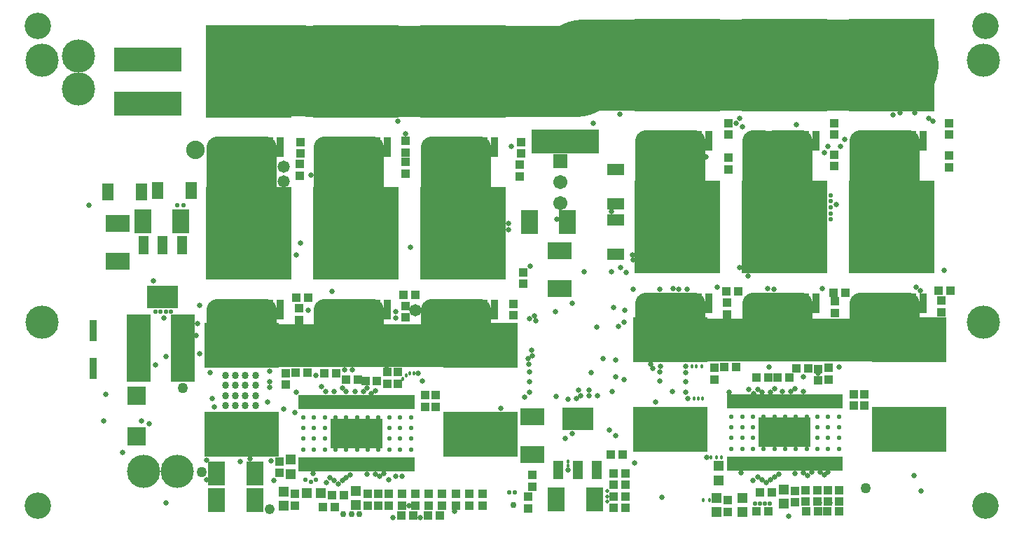
<source format=gbs>
G04 Layer_Color=16711935*
%FSLAX25Y25*%
%MOIN*%
G70*
G01*
G75*
%ADD47C,0.01181*%
%ADD52C,0.14961*%
%ADD68C,0.01800*%
%ADD69C,0.05000*%
%ADD70C,0.02200*%
%ADD72C,0.02300*%
%ADD73C,0.02100*%
%ADD74C,0.02500*%
%ADD76C,0.02000*%
%ADD77C,0.03000*%
%ADD92C,0.09843*%
%ADD93C,0.20472*%
%ADD94C,0.43307*%
%ADD110R,0.05131X0.04737*%
%ADD111R,0.04737X0.05131*%
%ADD112R,0.04343X0.03950*%
%ADD113R,0.03950X0.04343*%
%ADD115R,0.08280X0.11430*%
%ADD117R,0.04737X0.08674*%
%ADD118R,0.14579X0.10642*%
%ADD125R,0.11430X0.08280*%
%ADD141C,0.15800*%
%ADD142R,0.06706X0.06706*%
%ADD143C,0.06706*%
%ADD144C,0.12611*%
%ADD145C,0.02600*%
%ADD146C,0.05800*%
%ADD147C,0.04800*%
%ADD148C,0.08800*%
%ADD149R,0.11000X0.03500*%
%ADD150R,0.09000X0.08000*%
%ADD151R,0.05500X0.05000*%
%ADD152R,0.25000X0.14213*%
%ADD153R,0.32296X0.11430*%
%ADD154R,0.03359X0.10249*%
%ADD155R,0.40544X0.44107*%
%ADD156R,0.03753X0.09796*%
%ADD157R,0.35249X0.21272*%
%ADD158R,0.08241X0.05682*%
%ADD159R,0.05682X0.08241*%
%ADD160R,0.08674X0.08674*%
%ADD161R,0.01981X0.06902*%
%ADD162R,0.11430X0.32296*%
%ADD163C,0.03398*%
D47*
X268702Y293000D02*
X271470Y290232D01*
X472702Y296000D02*
X475470Y293232D01*
X472676Y211020D02*
X472702Y211047D01*
X437000Y211520D02*
X437500Y211020D01*
X437000Y211520D02*
X437000Y211520D01*
X386000D02*
X386500Y212020D01*
X385500Y211020D02*
X386000Y211520D01*
X472676Y211020D02*
X473776D01*
X268676Y208520D02*
X268702Y208546D01*
X182000Y208520D02*
X182500Y209020D01*
X182500Y209020D01*
X182000Y208520D02*
X186256Y204264D01*
D52*
X413100Y294165D02*
Y302400D01*
X260600Y273500D02*
Y291165D01*
X158100Y290665D02*
Y298144D01*
Y262121D02*
Y290665D01*
X209100Y291165D02*
Y299400D01*
X362100Y293665D02*
Y301144D01*
Y265121D02*
Y293665D01*
X413100Y265121D02*
Y294165D01*
X464600Y276500D02*
Y294165D01*
D68*
X104751Y203125D02*
D03*
X104500Y200000D02*
D03*
Y208250D02*
D03*
Y205625D02*
D03*
X235000Y195000D02*
D03*
X231756Y192500D02*
D03*
X233256Y194000D02*
D03*
X237000Y195000D02*
D03*
X383500Y155000D02*
D03*
X381000D02*
D03*
X378500D02*
D03*
X377872Y134756D02*
D03*
X374744D02*
D03*
X310500Y153000D02*
D03*
Y151000D02*
D03*
X372500Y183000D02*
D03*
X374500D02*
D03*
X370284D02*
D03*
X374000Y198589D02*
D03*
X371500D02*
D03*
X369326D02*
D03*
X104626Y211000D02*
D03*
D69*
X452000Y140500D02*
D03*
X127000Y188000D02*
D03*
X136000Y148000D02*
D03*
D70*
X435500Y279714D02*
D03*
Y277000D02*
D03*
Y274000D02*
D03*
Y271000D02*
D03*
Y268500D02*
D03*
X185500Y144500D02*
D03*
X190500D02*
D03*
X118933Y224500D02*
D03*
X121500D02*
D03*
X116367D02*
D03*
X114000D02*
D03*
X188000Y143500D02*
D03*
D72*
X408635Y164390D02*
D03*
X439343Y174626D02*
D03*
X434225D02*
D03*
X429107D02*
D03*
X423989D02*
D03*
X418871D02*
D03*
X413753D02*
D03*
X408635D02*
D03*
X403517D02*
D03*
X398398D02*
D03*
X393280D02*
D03*
X388162D02*
D03*
X439343Y169508D02*
D03*
X434225D02*
D03*
X429107D02*
D03*
X423989D02*
D03*
X418871D02*
D03*
X413753D02*
D03*
X408635D02*
D03*
X403517D02*
D03*
X398398D02*
D03*
X393280D02*
D03*
X388162D02*
D03*
X439343Y164390D02*
D03*
X434225D02*
D03*
X429107D02*
D03*
X423989D02*
D03*
X418871D02*
D03*
X413753D02*
D03*
X403517D02*
D03*
X398398D02*
D03*
X393280D02*
D03*
X388162D02*
D03*
X439343Y159272D02*
D03*
X434225D02*
D03*
X429107D02*
D03*
X423989D02*
D03*
X418871D02*
D03*
X413753D02*
D03*
X408635D02*
D03*
X403517D02*
D03*
X398398D02*
D03*
X393280D02*
D03*
X388162D02*
D03*
X235599Y174236D02*
D03*
X230481D02*
D03*
X225363D02*
D03*
X220245D02*
D03*
X215127D02*
D03*
X210009D02*
D03*
X204891D02*
D03*
X199773D02*
D03*
X194654D02*
D03*
X189536D02*
D03*
X184418D02*
D03*
X235599Y169118D02*
D03*
X230481D02*
D03*
X225363D02*
D03*
X220245D02*
D03*
X215127D02*
D03*
X210009D02*
D03*
X204891D02*
D03*
X199773D02*
D03*
X194654D02*
D03*
X189536D02*
D03*
X184418D02*
D03*
X235599Y164000D02*
D03*
X230481D02*
D03*
X225363D02*
D03*
X220245D02*
D03*
X215127D02*
D03*
X210009D02*
D03*
X204891D02*
D03*
X199773D02*
D03*
X194654D02*
D03*
X189536D02*
D03*
X184418D02*
D03*
X235599Y158882D02*
D03*
X230481D02*
D03*
X225363D02*
D03*
X220245D02*
D03*
X215127D02*
D03*
X210009D02*
D03*
X204891D02*
D03*
X199773D02*
D03*
X194654D02*
D03*
X189536D02*
D03*
X184418D02*
D03*
D73*
X285250Y138500D02*
D03*
X406500Y133000D02*
D03*
X401877D02*
D03*
X404189D02*
D03*
X124500Y275000D02*
D03*
X399500Y133000D02*
D03*
X282500Y138500D02*
D03*
X127500Y275000D02*
D03*
Y272000D02*
D03*
X124500D02*
D03*
D74*
X234674Y132244D02*
D03*
D76*
X329000Y136450D02*
D03*
Y134000D02*
D03*
Y139000D02*
D03*
D77*
X203500Y128000D02*
D03*
X207500D02*
D03*
X211000D02*
D03*
X284500Y132500D02*
D03*
D92*
X408500Y305744D02*
X418500D01*
X472702Y284602D02*
Y296000D01*
X268702Y293000D02*
Y302744D01*
Y281602D02*
Y293000D01*
X217702Y269923D02*
Y302744D01*
X166702Y269923D02*
Y302744D01*
X143500D02*
X148500D01*
X153500D01*
X163500D02*
X166702D01*
X194500D02*
X199500D01*
X204500D01*
X214500D02*
X217702D01*
X245500D02*
X250500D01*
X255500D01*
X265500D02*
X268702D01*
X260600Y273500D02*
X268702Y281602D01*
X260600Y261821D02*
Y273500D01*
X250500Y271721D02*
Y302744D01*
X245500Y276720D02*
Y302744D01*
X255500D02*
X265500D01*
X204500D02*
X214500D01*
X153500D02*
X163500D01*
X199500Y271721D02*
Y302744D01*
X194500Y276720D02*
Y302744D01*
X148500Y271721D02*
Y302744D01*
X143500Y276720D02*
Y302744D01*
X421702Y272923D02*
Y305744D01*
X370702Y272923D02*
Y305744D01*
X347500D02*
X352500D01*
X357500D01*
X367500D02*
X370702D01*
X398500D02*
X403500D01*
X418500D02*
X421702D01*
X449500D02*
X454500D01*
X459500D01*
X469500D02*
X472702D01*
X464600Y276500D02*
X472702Y284602D01*
X464600Y264821D02*
Y276500D01*
X454500Y274721D02*
Y305744D01*
X449500Y279720D02*
Y305744D01*
X459500D02*
X469500D01*
X357500D02*
X367500D01*
X472702Y296000D02*
Y305744D01*
X403500Y274721D02*
Y305744D01*
X398500Y279720D02*
Y305744D01*
X352500Y274721D02*
Y305744D01*
X347500Y279720D02*
Y305744D01*
X472702Y211047D02*
Y228500D01*
X469500Y214195D02*
Y228500D01*
X472702D01*
X449500Y211520D02*
Y228500D01*
X459500Y224195D02*
Y228500D01*
X454500Y216520D02*
Y228500D01*
X464500D02*
X469500D01*
X459500D02*
X464500D01*
Y219195D02*
Y228500D01*
X413500Y211520D02*
Y228500D01*
X421702Y213317D02*
Y228500D01*
X403500Y214520D02*
Y228500D01*
X408500Y216520D02*
Y228500D01*
X398500Y212520D02*
Y228500D01*
X413500D02*
X418500D01*
X408500D02*
X413500D01*
X367500Y219344D02*
Y228500D01*
X362500Y214344D02*
Y228500D01*
X357500Y212695D02*
Y228500D01*
X362500D02*
X367500D01*
X357500D02*
X362500D01*
X352500Y217695D02*
Y228500D01*
X347500Y212000D02*
Y228500D01*
X454500D02*
X459500D01*
X449500D02*
X454500D01*
X418500D02*
X421702D01*
X403500D02*
X408500D01*
X398500D02*
X403500D01*
X352500D02*
X357500D01*
X347500D02*
X352500D01*
X367500D02*
X370702D01*
Y222547D02*
Y228500D01*
X143500Y207500D02*
Y225500D01*
X255500Y221695D02*
Y225500D01*
X245500Y212520D02*
Y225500D01*
X250500Y210020D02*
Y225500D01*
X260500D02*
X265500D01*
X255500D02*
X260500D01*
Y216695D02*
Y225500D01*
X194500Y212020D02*
Y225500D01*
X204500Y211520D02*
Y225500D01*
X199500Y218520D02*
Y225500D01*
X209500Y208520D02*
Y225500D01*
X214500Y214020D02*
Y225500D01*
X209500D02*
X214500D01*
X204500D02*
X209500D01*
X158000Y213000D02*
X162480Y208520D01*
X153500Y217500D02*
Y225500D01*
X158000Y213000D02*
Y225500D01*
X166702Y208520D02*
Y225500D01*
X163500Y208520D02*
Y225500D01*
X158000D02*
X163500D01*
X153500D02*
X158000D01*
X153500Y217500D02*
X158000Y213000D01*
X166702Y204298D02*
Y208520D01*
X163500Y207500D02*
Y208520D01*
X162480D02*
X163500Y207500D01*
X265500Y225500D02*
X268702D01*
X250500D02*
X255500D01*
X245500D02*
X250500D01*
X214500D02*
X217702D01*
X199500D02*
X204500D01*
X194500D02*
X199500D01*
X163500D02*
X166702D01*
X148500D02*
X153500D01*
X143500D02*
X148500D01*
X144520Y208520D02*
X148500Y212500D01*
Y225500D01*
X268702Y208546D02*
Y225500D01*
X265500Y211695D02*
Y225500D01*
X217702Y209817D02*
Y225500D01*
D93*
X385500Y211020D02*
X437500D01*
X359192Y211036D02*
X385484D01*
X385500Y211020D01*
X359176D02*
X359192Y211036D01*
X437500Y211020D02*
X472676D01*
X209500Y208520D02*
X268676D01*
X163500D02*
X166702D01*
X162480D02*
X163500D01*
X155176D02*
X162480D01*
X166702D02*
X182000D01*
X209500D01*
D94*
X317465Y341965D02*
X363000D01*
X414000D02*
X465000D01*
X363000D02*
X414000D01*
X261000Y338965D02*
X314465D01*
X210000D02*
X261000D01*
X161500Y339000D02*
X210000Y338965D01*
D110*
X186000Y138000D02*
D03*
X192693D02*
D03*
D111*
X178500Y154000D02*
D03*
Y147307D02*
D03*
X382000Y151000D02*
D03*
Y144307D02*
D03*
X175000Y132000D02*
D03*
Y138693D02*
D03*
X381000Y129000D02*
D03*
Y135693D02*
D03*
X209500Y132500D02*
D03*
Y139193D02*
D03*
X413000Y133000D02*
D03*
Y139693D02*
D03*
X393500Y129244D02*
D03*
Y135937D02*
D03*
D112*
X233000Y221744D02*
D03*
Y227256D02*
D03*
X437500Y223988D02*
D03*
Y229500D02*
D03*
X173000Y153256D02*
D03*
Y147744D02*
D03*
X293500Y141244D02*
D03*
Y146756D02*
D03*
X291256Y136366D02*
D03*
Y130854D02*
D03*
X180500Y137756D02*
D03*
Y132244D02*
D03*
X215000Y132244D02*
D03*
Y137756D02*
D03*
X220000Y132244D02*
D03*
Y137756D02*
D03*
X225139Y137756D02*
D03*
Y132244D02*
D03*
X231496Y137756D02*
D03*
Y132244D02*
D03*
X237852Y137756D02*
D03*
Y132244D02*
D03*
X244209Y137756D02*
D03*
Y132244D02*
D03*
X250565Y137756D02*
D03*
Y132244D02*
D03*
X256922D02*
D03*
Y137756D02*
D03*
X263278D02*
D03*
Y132244D02*
D03*
X269635D02*
D03*
Y137756D02*
D03*
X287500Y294500D02*
D03*
Y288988D02*
D03*
X491744Y298744D02*
D03*
Y293232D02*
D03*
X284500Y228256D02*
D03*
Y222744D02*
D03*
X488000Y229756D02*
D03*
Y224244D02*
D03*
X288000Y305256D02*
D03*
Y299744D02*
D03*
X491744Y314244D02*
D03*
Y308732D02*
D03*
X289000Y243256D02*
D03*
Y237744D02*
D03*
X233000Y295756D02*
D03*
Y290244D02*
D03*
X437244Y299244D02*
D03*
Y293732D02*
D03*
X233000Y305756D02*
D03*
Y300244D02*
D03*
X437244Y314244D02*
D03*
Y308732D02*
D03*
X182744Y294744D02*
D03*
Y289232D02*
D03*
X386744Y297744D02*
D03*
Y292232D02*
D03*
X182500Y226000D02*
D03*
Y220488D02*
D03*
X386000Y228756D02*
D03*
Y223244D02*
D03*
X183000Y305256D02*
D03*
Y299744D02*
D03*
X386744Y314244D02*
D03*
Y308732D02*
D03*
X176000Y189744D02*
D03*
Y195256D02*
D03*
X229500Y195756D02*
D03*
Y190244D02*
D03*
X224500Y190244D02*
D03*
Y195756D02*
D03*
X247500Y179244D02*
D03*
Y184756D02*
D03*
X242500Y184756D02*
D03*
Y179244D02*
D03*
X439500Y134000D02*
D03*
Y139512D02*
D03*
X434000Y134000D02*
D03*
Y139512D02*
D03*
X429000Y134000D02*
D03*
Y139512D02*
D03*
X423500Y134000D02*
D03*
Y139512D02*
D03*
X418500Y133744D02*
D03*
Y139256D02*
D03*
X386500Y129244D02*
D03*
Y134756D02*
D03*
X380000Y192244D02*
D03*
Y197756D02*
D03*
X429500Y191744D02*
D03*
Y197256D02*
D03*
X434500Y192244D02*
D03*
Y197756D02*
D03*
X451500Y179744D02*
D03*
Y185256D02*
D03*
X446500Y179744D02*
D03*
Y185256D02*
D03*
D113*
X199256Y131500D02*
D03*
X193744D02*
D03*
X198244Y137000D02*
D03*
X203756D02*
D03*
X486744Y234500D02*
D03*
X492256D02*
D03*
X232244Y232500D02*
D03*
X237756D02*
D03*
X436744Y233500D02*
D03*
X442256D02*
D03*
X186756Y231000D02*
D03*
X181244D02*
D03*
X385744Y234000D02*
D03*
X391256D02*
D03*
X180744Y195500D02*
D03*
X186256D02*
D03*
X200012Y195000D02*
D03*
X194500D02*
D03*
X210256Y192000D02*
D03*
X204744D02*
D03*
X219512Y191500D02*
D03*
X214000D02*
D03*
X401744Y138500D02*
D03*
X407256D02*
D03*
X400244Y129500D02*
D03*
X405756D02*
D03*
X423744Y129500D02*
D03*
X429256D02*
D03*
X433744Y129500D02*
D03*
X439256D02*
D03*
X332244Y136500D02*
D03*
X337756D02*
D03*
X332244Y131000D02*
D03*
X337756D02*
D03*
X332244Y142000D02*
D03*
X337756D02*
D03*
X332244Y147500D02*
D03*
X337756D02*
D03*
X330744Y156500D02*
D03*
X336256D02*
D03*
X384744Y198000D02*
D03*
X390256D02*
D03*
X400244Y193000D02*
D03*
X405756D02*
D03*
X410244D02*
D03*
X415756D02*
D03*
X419244Y197500D02*
D03*
X424756D02*
D03*
X243744Y127500D02*
D03*
X249256D02*
D03*
X231244Y127500D02*
D03*
X236756D02*
D03*
D115*
X108000Y267500D02*
D03*
X126110D02*
D03*
X161331Y147464D02*
D03*
X143220D02*
D03*
X161331Y134797D02*
D03*
X143220D02*
D03*
X292000Y267000D02*
D03*
X310110D02*
D03*
X304890Y135000D02*
D03*
X323000D02*
D03*
D117*
X108500Y256000D02*
D03*
X117555D02*
D03*
X126610D02*
D03*
X305890Y149000D02*
D03*
X314945D02*
D03*
X324000D02*
D03*
D118*
X117555Y231591D02*
D03*
X314945Y173409D02*
D03*
D125*
X306500Y253610D02*
D03*
Y235500D02*
D03*
X293500Y156500D02*
D03*
Y174610D02*
D03*
X96000Y266500D02*
D03*
Y248390D02*
D03*
D141*
X508000Y219500D02*
D03*
Y344000D02*
D03*
X60000Y219500D02*
D03*
Y344000D02*
D03*
X77500Y330500D02*
D03*
Y346000D02*
D03*
X362776Y293700D02*
D03*
X413276Y294200D02*
D03*
X464776D02*
D03*
X257500Y289500D02*
D03*
X208500Y289000D02*
D03*
X158100Y290665D02*
D03*
X124500Y148500D02*
D03*
X108500D02*
D03*
D142*
X306750Y296000D02*
D03*
D143*
Y286000D02*
D03*
Y276000D02*
D03*
D144*
X509000Y360500D02*
D03*
X58000D02*
D03*
Y132000D02*
D03*
X509000D02*
D03*
D145*
X224000Y197500D02*
D03*
X98500Y157500D02*
D03*
X107500Y172500D02*
D03*
X168500Y196000D02*
D03*
X468500Y319000D02*
D03*
X367500Y183000D02*
D03*
X231500Y146000D02*
D03*
X135000Y204500D02*
D03*
X154500Y153090D02*
D03*
X141000Y183000D02*
D03*
X142243Y179000D02*
D03*
X168500Y188500D02*
D03*
Y191000D02*
D03*
X366500Y198500D02*
D03*
Y195500D02*
D03*
X354000Y195658D02*
D03*
X354500Y198500D02*
D03*
X435044Y133369D02*
D03*
X430000Y133500D02*
D03*
X195500Y143000D02*
D03*
X225139Y144500D02*
D03*
X398805Y185500D02*
D03*
X398500Y144000D02*
D03*
X228500Y224500D02*
D03*
Y221500D02*
D03*
X190515Y193991D02*
D03*
X203993Y196725D02*
D03*
X203000Y188000D02*
D03*
X199000Y186500D02*
D03*
X195000D02*
D03*
X207797Y196838D02*
D03*
X239000Y195000D02*
D03*
X278500Y178500D02*
D03*
X415500Y127000D02*
D03*
X355000Y136000D02*
D03*
X337000Y192000D02*
D03*
X333000Y193500D02*
D03*
X119000Y203000D02*
D03*
X118000Y221500D02*
D03*
X135000Y227500D02*
D03*
X114000Y199000D02*
D03*
X204903Y186403D02*
D03*
X193092Y188664D02*
D03*
X289846Y183846D02*
D03*
X241000Y191500D02*
D03*
X216781Y185608D02*
D03*
X218683Y186817D02*
D03*
X213000Y186500D02*
D03*
X209000D02*
D03*
X183000Y257000D02*
D03*
X181000Y251500D02*
D03*
X229500Y315000D02*
D03*
X233000Y309000D02*
D03*
X159000Y154464D02*
D03*
X175000Y178000D02*
D03*
X180500Y176500D02*
D03*
X167500Y181500D02*
D03*
X181000Y186000D02*
D03*
X169000Y153500D02*
D03*
X170500Y144000D02*
D03*
X376500Y155000D02*
D03*
X214746Y188254D02*
D03*
X235500Y255000D02*
D03*
X293000Y206000D02*
D03*
X310500Y149000D02*
D03*
X292000Y191000D02*
D03*
X439500Y198000D02*
D03*
X475500Y319000D02*
D03*
X482000Y316654D02*
D03*
X419000Y313500D02*
D03*
X392000Y316500D02*
D03*
X335000Y318500D02*
D03*
X322500Y314000D02*
D03*
X240187Y126500D02*
D03*
X227000D02*
D03*
X429500Y195000D02*
D03*
X416521Y186479D02*
D03*
X422427Y186427D02*
D03*
X422500Y193500D02*
D03*
X418500Y187885D02*
D03*
X412584Y186416D02*
D03*
X408647Y187885D02*
D03*
X406679Y186321D02*
D03*
X402742Y186258D02*
D03*
X400773Y187500D02*
D03*
X396500D02*
D03*
X406000Y198000D02*
D03*
X387000Y186012D02*
D03*
X408500Y235000D02*
D03*
X396000Y241500D02*
D03*
X392000Y245500D02*
D03*
X393500Y312500D02*
D03*
X291500Y202000D02*
D03*
X475000Y146500D02*
D03*
X478500Y139000D02*
D03*
X256500Y129365D02*
D03*
X376000Y298000D02*
D03*
X341500Y235000D02*
D03*
X367000D02*
D03*
X335500Y245500D02*
D03*
X331158Y272000D02*
D03*
X363000Y235000D02*
D03*
X360500Y235500D02*
D03*
X341000Y251500D02*
D03*
X341328Y249300D02*
D03*
X354000Y235000D02*
D03*
X305000Y268500D02*
D03*
X342000Y152500D02*
D03*
X292158Y195658D02*
D03*
X292500Y246000D02*
D03*
X304658Y184158D02*
D03*
X140000Y195500D02*
D03*
X318000Y243500D02*
D03*
X333000Y165500D02*
D03*
X338000Y243000D02*
D03*
X282000Y263500D02*
D03*
Y266500D02*
D03*
X465000Y318000D02*
D03*
X349620Y199484D02*
D03*
X334500Y217500D02*
D03*
X350874Y197626D02*
D03*
X440000Y303000D02*
D03*
X405500Y235500D02*
D03*
X434000Y303000D02*
D03*
X431500Y235500D02*
D03*
X442000Y306500D02*
D03*
X360000Y186500D02*
D03*
X366500Y186000D02*
D03*
X354000Y191500D02*
D03*
X366500Y191000D02*
D03*
X312500Y228500D02*
D03*
X134125Y218816D02*
D03*
X478000Y234500D02*
D03*
X381500Y236000D02*
D03*
X390500Y314000D02*
D03*
X198000Y234000D02*
D03*
X291905Y199594D02*
D03*
X295000Y220000D02*
D03*
X294500Y222500D02*
D03*
X310563Y182937D02*
D03*
X292248Y221248D02*
D03*
X430301Y148199D02*
D03*
X432269Y146731D02*
D03*
X434237Y148238D02*
D03*
X228525Y146025D02*
D03*
X222620Y147619D02*
D03*
X220651Y146151D02*
D03*
X218683Y147318D02*
D03*
X214745Y147246D02*
D03*
X206872Y146871D02*
D03*
X204903Y145597D02*
D03*
X202935Y144065D02*
D03*
X200966Y142534D02*
D03*
X198998Y144002D02*
D03*
X197029Y145529D02*
D03*
X189155Y147345D02*
D03*
X392899Y147735D02*
D03*
X418490Y147635D02*
D03*
X422427Y147707D02*
D03*
X424395Y146541D02*
D03*
X426364Y148009D02*
D03*
X400773Y145919D02*
D03*
X402742Y144392D02*
D03*
X410616Y147261D02*
D03*
X408647Y145987D02*
D03*
X406679Y144455D02*
D03*
X404710Y143210D02*
D03*
X304500Y224500D02*
D03*
X324000Y217000D02*
D03*
X330000Y168000D02*
D03*
X352000Y181500D02*
D03*
X293500Y203500D02*
D03*
X312500Y166500D02*
D03*
X309000Y164000D02*
D03*
X186756Y225244D02*
D03*
X432500Y300000D02*
D03*
X476000Y236000D02*
D03*
X489500Y244000D02*
D03*
X484000Y315000D02*
D03*
X438000Y275500D02*
D03*
X292000Y186000D02*
D03*
X331000Y243500D02*
D03*
X314500Y183000D02*
D03*
X316469Y184468D02*
D03*
X315500Y187000D02*
D03*
X320406Y184406D02*
D03*
X324342Y184343D02*
D03*
X320500Y187000D02*
D03*
X321500Y195500D02*
D03*
X337500Y225000D02*
D03*
X337000Y219500D02*
D03*
X332000Y226500D02*
D03*
X113000Y239000D02*
D03*
X133548Y213000D02*
D03*
X111021Y171000D02*
D03*
X119000Y133500D02*
D03*
X138500Y144500D02*
D03*
X89500Y172500D02*
D03*
X138428Y153808D02*
D03*
X90500Y185000D02*
D03*
X188000Y289500D02*
D03*
X82500Y275000D02*
D03*
X283500Y303000D02*
D03*
X333000Y201500D02*
D03*
X327000Y202000D02*
D03*
X331358Y186357D02*
D03*
D146*
X237679Y225000D02*
D03*
X175000Y286500D02*
D03*
Y293500D02*
D03*
D147*
X168500Y130500D02*
D03*
D148*
X133000Y301500D02*
D03*
D149*
X405500Y308750D02*
D03*
D150*
X460000Y301000D02*
D03*
D151*
X256250Y298500D02*
D03*
D152*
X413568Y167036D02*
D03*
X209824Y166644D02*
D03*
D153*
X110500Y344433D02*
D03*
Y323567D02*
D03*
X309000Y326433D02*
D03*
Y305567D02*
D03*
D154*
X84500Y197485D02*
D03*
Y215610D02*
D03*
D155*
X413500Y341965D02*
D03*
X464500Y264721D02*
D03*
X413500D02*
D03*
X362500D02*
D03*
X158500Y261720D02*
D03*
X260500D02*
D03*
X158500Y338965D02*
D03*
X209500D02*
D03*
X260500D02*
D03*
X464500Y341965D02*
D03*
X362500D02*
D03*
X209500Y261720D02*
D03*
D156*
X398500Y305744D02*
D03*
X403500D02*
D03*
X408500D02*
D03*
X418500D02*
D03*
X423500D02*
D03*
X428500D02*
D03*
X449500Y228500D02*
D03*
X454500D02*
D03*
X459500D02*
D03*
X469500D02*
D03*
X474500D02*
D03*
X479500D02*
D03*
X398500D02*
D03*
X403500D02*
D03*
X408500D02*
D03*
X418500D02*
D03*
X423500D02*
D03*
X428500D02*
D03*
X347500D02*
D03*
X352500D02*
D03*
X357500D02*
D03*
X367500D02*
D03*
X372500D02*
D03*
X377500D02*
D03*
X143500Y225500D02*
D03*
X148500D02*
D03*
X153500D02*
D03*
X163500D02*
D03*
X168500D02*
D03*
X173500D02*
D03*
X245500D02*
D03*
X250500D02*
D03*
X255500D02*
D03*
X265500D02*
D03*
X270500D02*
D03*
X275500D02*
D03*
X143500Y302744D02*
D03*
X148500D02*
D03*
X153500D02*
D03*
X163500D02*
D03*
X168500D02*
D03*
X173500D02*
D03*
X194500D02*
D03*
X199500D02*
D03*
X204500D02*
D03*
X214500D02*
D03*
X219500D02*
D03*
X224500D02*
D03*
X245500D02*
D03*
X250500D02*
D03*
X255500D02*
D03*
X265500D02*
D03*
X270500D02*
D03*
X275500D02*
D03*
X449500Y305744D02*
D03*
X454500D02*
D03*
X459500D02*
D03*
X469500D02*
D03*
X474500D02*
D03*
X479500D02*
D03*
X347500D02*
D03*
X352500D02*
D03*
X357500D02*
D03*
X367500D02*
D03*
X372500D02*
D03*
X377500D02*
D03*
X199500Y225500D02*
D03*
X194500D02*
D03*
X219500D02*
D03*
X224500D02*
D03*
X204500D02*
D03*
X214500D02*
D03*
D157*
X268676Y208520D02*
D03*
Y166000D02*
D03*
X472676Y211020D02*
D03*
Y168500D02*
D03*
X359176Y211020D02*
D03*
Y168500D02*
D03*
X155176Y208520D02*
D03*
Y166000D02*
D03*
D158*
X333000Y251937D02*
D03*
Y268000D02*
D03*
Y275937D02*
D03*
Y292000D02*
D03*
D159*
X107500Y281500D02*
D03*
X91437D02*
D03*
X131063Y282000D02*
D03*
X115000D02*
D03*
D160*
X105000Y184500D02*
D03*
Y165000D02*
D03*
D161*
X440143Y152272D02*
D03*
X438174D02*
D03*
X436206D02*
D03*
X434237D02*
D03*
X432269D02*
D03*
X430301D02*
D03*
X428332D02*
D03*
X426364D02*
D03*
X424395D02*
D03*
X422427D02*
D03*
X420458D02*
D03*
X418490D02*
D03*
X416521D02*
D03*
X414553D02*
D03*
X412584D02*
D03*
X410616D02*
D03*
X408647D02*
D03*
X406679D02*
D03*
X404710D02*
D03*
X402742D02*
D03*
X400773D02*
D03*
X398805D02*
D03*
X396836D02*
D03*
X394868D02*
D03*
X392899D02*
D03*
X390931D02*
D03*
X388962D02*
D03*
X386994D02*
D03*
Y181799D02*
D03*
X388962Y181772D02*
D03*
X390931Y181799D02*
D03*
X392899D02*
D03*
X394868D02*
D03*
X396836D02*
D03*
X398805D02*
D03*
X400773D02*
D03*
X402742D02*
D03*
X404710D02*
D03*
X406679D02*
D03*
X408647D02*
D03*
X410616D02*
D03*
X412584D02*
D03*
X414553D02*
D03*
X416521D02*
D03*
X418490D02*
D03*
X420458D02*
D03*
X422427D02*
D03*
X424395D02*
D03*
X426364D02*
D03*
X428332D02*
D03*
X430301D02*
D03*
X432269D02*
D03*
X434238D02*
D03*
X436206D02*
D03*
X438175D02*
D03*
X440143D02*
D03*
X236399Y151882D02*
D03*
X234430D02*
D03*
X232462D02*
D03*
X230493D02*
D03*
X228525D02*
D03*
X226556D02*
D03*
X224588D02*
D03*
X222620D02*
D03*
X220651D02*
D03*
X218683D02*
D03*
X216714D02*
D03*
X214745D02*
D03*
X212777D02*
D03*
X210808D02*
D03*
X208840D02*
D03*
X206872D02*
D03*
X204903D02*
D03*
X202935D02*
D03*
X200966D02*
D03*
X198998D02*
D03*
X197029D02*
D03*
X195061D02*
D03*
X193092D02*
D03*
X191124D02*
D03*
X189155D02*
D03*
X187187D02*
D03*
X185218D02*
D03*
X183250D02*
D03*
Y181409D02*
D03*
X185218Y181382D02*
D03*
X187187Y181409D02*
D03*
X189155D02*
D03*
X191124D02*
D03*
X193092D02*
D03*
X195061D02*
D03*
X197029D02*
D03*
X198998D02*
D03*
X200966D02*
D03*
X202935D02*
D03*
X204903D02*
D03*
X206872D02*
D03*
X208840D02*
D03*
X210809D02*
D03*
X212777D02*
D03*
X214746D02*
D03*
X216714D02*
D03*
X218683D02*
D03*
X220651D02*
D03*
X222620D02*
D03*
X224588D02*
D03*
X226557D02*
D03*
X228525D02*
D03*
X230494D02*
D03*
X232462D02*
D03*
X234431D02*
D03*
X236399D02*
D03*
D162*
X106067Y207000D02*
D03*
X126933D02*
D03*
D163*
X161587Y189362D02*
D03*
Y194087D02*
D03*
X147413Y179913D02*
D03*
X161587D02*
D03*
X156862Y189362D02*
D03*
Y194087D02*
D03*
Y184638D02*
D03*
Y179913D02*
D03*
X147413Y189362D02*
D03*
X152138D02*
D03*
Y179913D02*
D03*
X147413Y194087D02*
D03*
X152138D02*
D03*
X161587Y184638D02*
D03*
X152138D02*
D03*
X147413D02*
D03*
M02*

</source>
